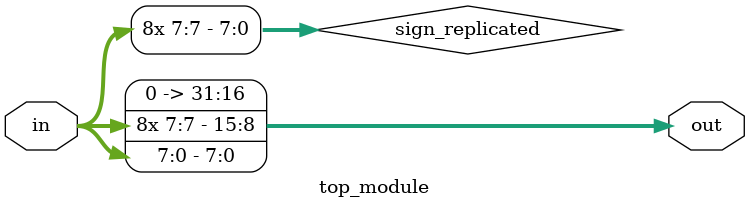
<source format=sv>
module top_module (
  input [7:0] in,
  output [31:0] out
);

// Sign bit replication
wire [7:0] sign_replicated = {24{in[7]}};

// Concatenate replicated sign bit with input
assign out = {sign_replicated, in};

endmodule

</source>
